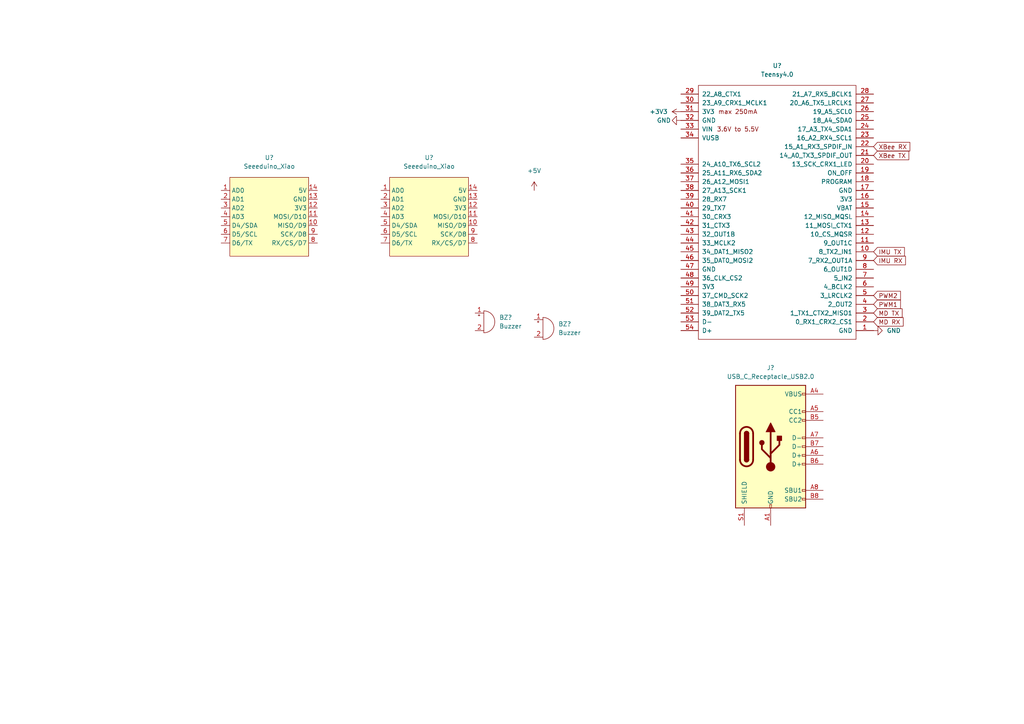
<source format=kicad_sch>
(kicad_sch (version 20211123) (generator eeschema)
  (paper "A4")
  (lib_symbols
    (symbol "Connector:USB_C_Receptacle_USB2.0" (pin_names (offset 1.016))
      (property "Reference" "J" (at -10.16 19.05 0))
      (property "Value" "USB_C_Receptacle_USB2.0" (at 19.05 19.05 0))
      (symbol "USB_C_Receptacle_USB2.0_0_0"
        (rectangle (start -0.254 -17.78) (end 0.254 -16.764))
        (rectangle (start 10.16 -14.986) (end 9.144 -15.494))
        (rectangle (start 10.16 -12.446) (end 9.144 -12.954))
        (rectangle (start 10.16 -4.826) (end 9.144 -5.334))
        (rectangle (start 10.16 -2.286) (end 9.144 -2.794))
        (rectangle (start 10.16 0.254) (end 9.144 -0.254))
        (rectangle (start 10.16 2.794) (end 9.144 2.286))
        (rectangle (start 10.16 7.874) (end 9.144 7.366))
        (rectangle (start 10.16 10.414) (end 9.144 9.906))
        (rectangle (start 10.16 15.494) (end 9.144 14.986))
      )
      (symbol "USB_C_Receptacle_USB2.0_0_1"
        (rectangle (start -10.16 17.78) (end 10.16 -17.78) (stroke (width 0.254)) (fill (type background)))
        (arc (start -8.89 -3.81) (mid -6.985 -5.715) (end -5.08 -3.81) (stroke (width 0.508)))
        (arc (start -7.62 -3.81) (mid -6.985 -4.445) (end -6.35 -3.81) (stroke (width 0.254)))
        (arc (start -7.62 -3.81) (mid -6.985 -4.445) (end -6.35 -3.81) (stroke (width 0.254)) (fill (type outline)))
        (rectangle (start -7.62 -3.81) (end -6.35 3.81) (stroke (width 0.254)) (fill (type outline)))
        (arc (start -6.35 3.81) (mid -6.985 4.445) (end -7.62 3.81) (stroke (width 0.254)))
        (arc (start -6.35 3.81) (mid -6.985 4.445) (end -7.62 3.81) (stroke (width 0.254)) (fill (type outline)))
        (arc (start -5.08 3.81) (mid -6.985 5.715) (end -8.89 3.81) (stroke (width 0.508)))
        (circle (center -2.54 1.143) (radius 0.635) (stroke (width 0.254)) (fill (type outline)))
        (circle (center 0 -5.842) (radius 1.27) (fill (type outline)))
        (polyline (pts (xy -8.89 -3.81) (xy -8.89 3.81)) (stroke (width 0.508)))
        (polyline (pts (xy -5.08 3.81) (xy -5.08 -3.81)) (stroke (width 0.508)))
        (polyline (pts (xy 0 -5.842) (xy 0 4.318)) (stroke (width 0.508)))
        (polyline (pts (xy 0 -3.302) (xy -2.54 -0.762) (xy -2.54 0.508)) (stroke (width 0.508)))
        (polyline (pts (xy 0 -2.032) (xy 2.54 0.508) (xy 2.54 1.778)) (stroke (width 0.508)))
        (polyline (pts (xy -1.27 4.318) (xy 0 6.858) (xy 1.27 4.318) (xy -1.27 4.318)) (stroke (width 0.254)) (fill (type outline)))
        (rectangle (start 1.905 1.778) (end 3.175 3.048) (stroke (width 0.254)) (fill (type outline)))
      )
      (symbol "USB_C_Receptacle_USB2.0_1_1"
        (pin passive line (at 0 -22.86 90) (length 5.08) (name "GND") (number "A1"))
        (pin passive line (at 0 -22.86 90) (length 5.08) hide (name "GND") (number "A12"))
        (pin passive line (at 15.24 15.24 180) (length 5.08) (name "VBUS") (number "A4"))
        (pin bidirectional line (at 15.24 10.16 180) (length 5.08) (name "CC1") (number "A5"))
        (pin bidirectional line (at 15.24 -2.54 180) (length 5.08) (name "D+") (number "A6"))
        (pin bidirectional line (at 15.24 2.54 180) (length 5.08) (name "D-") (number "A7"))
        (pin bidirectional line (at 15.24 -12.7 180) (length 5.08) (name "SBU1") (number "A8"))
        (pin passive line (at 15.24 15.24 180) (length 5.08) hide (name "VBUS") (number "A9"))
        (pin passive line (at 0 -22.86 90) (length 5.08) hide (name "GND") (number "B1"))
        (pin passive line (at 0 -22.86 90) (length 5.08) hide (name "GND") (number "B12"))
        (pin passive line (at 15.24 15.24 180) (length 5.08) hide (name "VBUS") (number "B4"))
        (pin bidirectional line (at 15.24 7.62 180) (length 5.08) (name "CC2") (number "B5"))
        (pin bidirectional line (at 15.24 -5.08 180) (length 5.08) (name "D+") (number "B6"))
        (pin bidirectional line (at 15.24 0 180) (length 5.08) (name "D-") (number "B7"))
        (pin bidirectional line (at 15.24 -15.24 180) (length 5.08) (name "SBU2") (number "B8"))
        (pin passive line (at 15.24 15.24 180) (length 5.08) hide (name "VBUS") (number "B9"))
        (pin passive line (at -7.62 -22.86 90) (length 5.08) (name "SHIELD") (number "S1"))
      )
    )
    (symbol "Device:Buzzer" (pin_names (offset 0.0254) hide)
      (property "Reference" "BZ" (at 3.81 1.27 0))
      (property "Value" "Buzzer" (at 3.81 -1.27 0))
      (symbol "Buzzer_0_1"
        (arc (start 0 -3.175) (mid 3.175 0) (end 0 3.175))
        (polyline (pts (xy -1.651 1.905) (xy -1.143 1.905)))
        (polyline (pts (xy -1.397 2.159) (xy -1.397 1.651)))
        (polyline (pts (xy 0 3.175) (xy 0 -3.175)))
      )
      (symbol "Buzzer_1_1"
        (pin passive line (at -2.54 2.54 0) (length 2.54) (name "-") (number "1"))
        (pin passive line (at -2.54 -2.54 0) (length 2.54) (name "+") (number "2"))
      )
    )
    (symbol "power:+3.3V" (power) (pin_names (offset 0))
      (property "Value" "+3.3V" (at 0 3.556 0))
      (symbol "+3.3V_0_1"
        (polyline (pts (xy -0.762 1.27) (xy 0 2.54)))
        (polyline (pts (xy 0 0) (xy 0 2.54)))
        (polyline (pts (xy 0 2.54) (xy 0.762 1.27)))
      )
      (symbol "+3.3V_1_1"
        (pin power_in line (at 0 0 90) (length 0) hide (name "+3V3") (number "1"))
      )
    )
    (symbol "power:+5V" (power) (pin_names (offset 0))
      (property "Value" "+5V" (at 0 3.556 0))
      (symbol "+5V_0_1"
        (polyline (pts (xy -0.762 1.27) (xy 0 2.54)))
        (polyline (pts (xy 0 0) (xy 0 2.54)))
        (polyline (pts (xy 0 2.54) (xy 0.762 1.27)))
      )
      (symbol "+5V_1_1"
        (pin power_in line (at 0 0 90) (length 0) hide (name "+5V") (number "1"))
      )
    )
    (symbol "power:GND" (power) (pin_names (offset 0))
      (property "Value" "GND" (at 0 -3.81 0))
      (symbol "GND_0_1"
        (polyline (pts (xy 0 0) (xy 0 -1.27) (xy 1.27 -1.27) (xy 0 -2.54) (xy -1.27 -1.27) (xy 0 -1.27)))
      )
      (symbol "GND_1_1"
        (pin power_in line (at 0 0 270) (length 0) hide (name "GND") (number "1"))
      )
    )
    (symbol "seeeduino_xiao_RP2040:Seeeduino_Xiao"
      (property "Reference" "U" (at 0 13.97 0))
      (property "Value" "Seeeduino_Xiao" (at 0 11.43 0))
      (symbol "Seeeduino_Xiao_0_1"
        (rectangle (start -11.43 10.16) (end 11.43 -12.7) (fill (type background)))
      )
      (symbol "Seeeduino_Xiao_1_1"
        (pin bidirectional line (at -13.97 6.35 0) (length 2.54) (name "AD0") (number "1"))
        (pin bidirectional line (at 13.97 -3.81 180) (length 2.54) (name "MISO/D9") (number "10"))
        (pin bidirectional line (at 13.97 -1.27 180) (length 2.54) (name "MOSI/D10") (number "11"))
        (pin power_out line (at 13.97 1.27 180) (length 2.54) (name "3V3") (number "12"))
        (pin bidirectional line (at 13.97 3.81 180) (length 2.54) (name "GND") (number "13"))
        (pin power_in line (at 13.97 6.35 180) (length 2.54) (name "5V") (number "14"))
        (pin bidirectional line (at -13.97 3.81 0) (length 2.54) (name "AD1") (number "2"))
        (pin bidirectional line (at -13.97 1.27 0) (length 2.54) (name "AD2") (number "3"))
        (pin bidirectional line (at -13.97 -1.27 0) (length 2.54) (name "AD3") (number "4"))
        (pin bidirectional line (at -13.97 -3.81 0) (length 2.54) (name "D4/SDA") (number "5"))
        (pin bidirectional line (at -13.97 -6.35 0) (length 2.54) (name "D5/SCL") (number "6"))
        (pin bidirectional line (at -13.97 -8.89 0) (length 2.54) (name "D6/TX") (number "7"))
        (pin bidirectional line (at 13.97 -8.89 180) (length 2.54) (name "RX/CS/D7") (number "8"))
        (pin bidirectional line (at 13.97 -6.35 180) (length 2.54) (name "SCK/D8") (number "9"))
      )
    )
    (symbol "teensy:Teensy4.0" (pin_names (offset 1.016))
      (property "Reference" "U" (at 0 39.37 0))
      (property "Value" "Teensy4.0" (at 0 -39.37 0))
      (symbol "Teensy4.0_0_0"
        (text "3.6V to 5.5V" (at 11.43 -24.13 0) (effects (font (size 1.27 1.27))))
        (text "max 250mA" (at 11.43 -29.21 0) (effects (font (size 1.27 1.27))))
        (pin bidirectional line (at -27.94 11.43 0) (length 5.08) (name "8_TX2_IN1") (number "10"))
        (pin bidirectional line (at -27.94 8.89 0) (length 5.08) (name "9_OUT1C") (number "11"))
        (pin bidirectional line (at -27.94 6.35 0) (length 5.08) (name "10_CS_MQSR") (number "12"))
        (pin bidirectional line (at -27.94 3.81 0) (length 5.08) (name "11_MOSI_CTX1") (number "13"))
        (pin bidirectional line (at -27.94 1.27 0) (length 5.08) (name "12_MISO_MQSL") (number "14"))
        (pin power_in line (at -27.94 -1.27 0) (length 5.08) (name "VBAT") (number "15"))
        (pin power_in line (at -27.94 -3.81 0) (length 5.08) (name "3V3") (number "16"))
        (pin power_in line (at -27.94 -6.35 0) (length 5.08) (name "GND") (number "17"))
        (pin input line (at -27.94 -8.89 0) (length 5.08) (name "PROGRAM") (number "18"))
        (pin input line (at -27.94 -11.43 0) (length 5.08) (name "ON_OFF") (number "19"))
        (pin bidirectional line (at -27.94 -13.97 0) (length 5.08) (name "13_SCK_CRX1_LED") (number "20"))
        (pin bidirectional line (at -27.94 -16.51 0) (length 5.08) (name "14_A0_TX3_SPDIF_OUT") (number "21"))
        (pin bidirectional line (at -27.94 -19.05 0) (length 5.08) (name "15_A1_RX3_SPDIF_IN") (number "22"))
        (pin bidirectional line (at -27.94 -21.59 0) (length 5.08) (name "16_A2_RX4_SCL1") (number "23"))
        (pin bidirectional line (at -27.94 -24.13 0) (length 5.08) (name "17_A3_TX4_SDA1") (number "24"))
        (pin bidirectional line (at -27.94 -26.67 0) (length 5.08) (name "18_A4_SDA0") (number "25"))
        (pin bidirectional line (at -27.94 -29.21 0) (length 5.08) (name "19_A5_SCL0") (number "26"))
        (pin bidirectional line (at -27.94 -31.75 0) (length 5.08) (name "20_A6_TX5_LRCLK1") (number "27"))
        (pin bidirectional line (at -27.94 -34.29 0) (length 5.08) (name "21_A7_RX5_BCLK1") (number "28"))
        (pin bidirectional line (at 27.94 -34.29 180) (length 5.08) (name "22_A8_CTX1") (number "29"))
        (pin bidirectional line (at 27.94 -31.75 180) (length 5.08) (name "23_A9_CRX1_MCLK1") (number "30"))
        (pin power_out line (at 27.94 -29.21 180) (length 5.08) (name "3V3") (number "31"))
        (pin power_in line (at 27.94 -26.67 180) (length 5.08) (name "GND") (number "32"))
        (pin power_in line (at 27.94 -24.13 180) (length 5.08) (name "VIN") (number "33"))
        (pin power_out line (at 27.94 -21.59 180) (length 5.08) (name "VUSB") (number "34"))
        (pin bidirectional line (at 27.94 -13.97 180) (length 5.08) (name "24_A10_TX6_SCL2") (number "35"))
        (pin bidirectional line (at 27.94 -11.43 180) (length 5.08) (name "25_A11_RX6_SDA2") (number "36"))
        (pin bidirectional line (at 27.94 -8.89 180) (length 5.08) (name "26_A12_MOSI1") (number "37"))
        (pin bidirectional line (at 27.94 -6.35 180) (length 5.08) (name "27_A13_SCK1") (number "38"))
        (pin bidirectional line (at 27.94 -3.81 180) (length 5.08) (name "28_RX7") (number "39"))
        (pin bidirectional line (at 27.94 -1.27 180) (length 5.08) (name "29_TX7") (number "40"))
        (pin bidirectional line (at 27.94 1.27 180) (length 5.08) (name "30_CRX3") (number "41"))
        (pin bidirectional line (at 27.94 3.81 180) (length 5.08) (name "31_CTX3") (number "42"))
        (pin bidirectional line (at 27.94 6.35 180) (length 5.08) (name "32_OUT1B") (number "43"))
        (pin bidirectional line (at 27.94 8.89 180) (length 5.08) (name "33_MCLK2") (number "44"))
        (pin bidirectional line (at 27.94 11.43 180) (length 5.08) (name "34_DAT1_MISO2") (number "45"))
        (pin bidirectional line (at 27.94 13.97 180) (length 5.08) (name "35_DAT0_MOSI2") (number "46"))
        (pin power_out line (at 27.94 16.51 180) (length 5.08) (name "GND") (number "47"))
        (pin bidirectional line (at 27.94 19.05 180) (length 5.08) (name "36_CLK_CS2") (number "48"))
        (pin power_out line (at 27.94 21.59 180) (length 5.08) (name "3V3") (number "49"))
        (pin bidirectional line (at -27.94 24.13 0) (length 5.08) (name "3_LRCLK2") (number "5"))
        (pin bidirectional line (at 27.94 24.13 180) (length 5.08) (name "37_CMD_SCK2") (number "50"))
        (pin bidirectional line (at 27.94 26.67 180) (length 5.08) (name "38_DAT3_RX5") (number "51"))
        (pin bidirectional line (at 27.94 29.21 180) (length 5.08) (name "39_DAT2_TX5") (number "52"))
        (pin bidirectional line (at 27.94 31.75 180) (length 5.08) (name "D-") (number "53"))
        (pin bidirectional line (at 27.94 34.29 180) (length 5.08) (name "D+") (number "54"))
        (pin bidirectional line (at -27.94 21.59 0) (length 5.08) (name "4_BCLK2") (number "6"))
        (pin bidirectional line (at -27.94 19.05 0) (length 5.08) (name "5_IN2") (number "7"))
        (pin bidirectional line (at -27.94 16.51 0) (length 5.08) (name "6_OUT1D") (number "8"))
        (pin bidirectional line (at -27.94 13.97 0) (length 5.08) (name "7_RX2_OUT1A") (number "9"))
      )
      (symbol "Teensy4.0_0_1"
        (rectangle (start -22.86 36.83) (end 22.86 -36.83))
        (rectangle (start -20.32 -31.75) (end -20.32 -31.75))
      )
      (symbol "Teensy4.0_1_1"
        (pin power_in line (at -27.94 34.29 0) (length 5.08) (name "GND") (number "1"))
        (pin bidirectional line (at -27.94 31.75 0) (length 5.08) (name "0_RX1_CRX2_CS1") (number "2"))
        (pin bidirectional line (at -27.94 29.21 0) (length 5.08) (name "1_TX1_CTX2_MISO1") (number "3"))
        (pin bidirectional line (at -27.94 26.67 0) (length 5.08) (name "2_OUT2") (number "4"))
      )
    )
  )
  (global_label "MD RX" (shape input) (at 253.365 93.345 0) (property "Intersheet References" "${INTERSHEET_REFS}" (effects hide)))
  (global_label "PWM2" (shape input) (at 253.365 85.725 0) (property "Intersheet References" "${INTERSHEET_REFS}" (effects hide)))
  (global_label "XBee TX" (shape input) (at 253.365 45.085 0) (property "Intersheet References" "${INTERSHEET_REFS}" (effects hide)))
  (global_label "MD TX" (shape input) (at 253.365 90.805 0) (property "Intersheet References" "${INTERSHEET_REFS}" (effects hide)))
  (global_label "XBee RX" (shape input) (at 253.365 42.545 0) (property "Intersheet References" "${INTERSHEET_REFS}" (effects hide)))
  (global_label "IMU TX" (shape input) (at 253.365 73.025 0) (property "Intersheet References" "${INTERSHEET_REFS}" (effects hide)))
  (global_label "IMU RX" (shape input) (at 253.365 75.565 0) (property "Intersheet References" "${INTERSHEET_REFS}" (effects hide)))
  (global_label "PWM1" (shape input) (at 253.365 88.265 0) (property "Intersheet References" "${INTERSHEET_REFS}" (effects hide)))
  (symbol (lib_id "Device:Buzzer") (at 157.48 95.25 0) (unit 1)
    (property "Reference" "BZ?" (at 161.925 93.9799 0) (effects (justify left)))
    (property "Value" "Buzzer" (at 161.925 96.5199 0) (effects (justify left)))
  )
  (symbol (lib_id "Device:Buzzer") (at 140.335 93.345 0) (unit 1)
    (property "Reference" "BZ?" (at 144.78 92.0749 0) (effects (justify left)))
    (property "Value" "Buzzer" (at 144.78 94.6149 0) (effects (justify left)))
  )
  (symbol (lib_id "teensy:Teensy4.0") (at 225.425 61.595 180) (unit 1)
    (property "Reference" "U?" (at 225.425 19.05 0))
    (property "Value" "Teensy4.0" (at 225.425 21.59 0))
  )
  (symbol (lib_id "power:+5V") (at 154.94 55.245 0) (unit 1)
    (property "Reference" "#PWR?" (effects hide))
    (property "Value" "+5V" (at 154.94 49.53 0))
  )
  (symbol (lib_id "power:GND") (at 197.485 34.925 270) (unit 1)
    (property "Reference" "#PWR?" (effects hide))
    (property "Value" "GND" (at 190.5 34.925 90) (effects (justify left)))
  )
  (symbol (lib_id "Connector:USB_C_Receptacle_USB2.0") (at 223.52 129.54 0) (unit 1)
    (property "Reference" "J?" (at 223.52 106.68 0))
    (property "Value" "USB_C_Receptacle_USB2.0" (at 223.52 109.22 0))
    (property "Datasheet" "https://www.usb.org/sites/default/files/documents/usb_type-c.zip" (effects hide))
  )
  (symbol (lib_id "seeeduino_xiao_RP2040:Seeeduino_Xiao") (at 124.46 61.595 0) (unit 1)
    (property "Reference" "U?" (at 124.46 45.72 0))
    (property "Value" "Seeeduino_Xiao" (at 124.46 48.26 0))
  )
  (symbol (lib_id "power:GND") (at 253.365 95.885 90) (unit 1)
    (property "Reference" "#PWR?" (effects hide))
    (property "Value" "GND" (at 257.175 95.8849 90) (effects (justify right)))
  )
  (symbol (lib_id "power:+3.3V") (at 197.485 32.385 90) (unit 1)
    (property "Reference" "#PWR?" (effects hide))
    (property "Value" "+3.3V" (at 193.675 32.3849 90) (effects (justify left)))
  )
  (symbol (lib_id "seeeduino_xiao_RP2040:Seeeduino_Xiao") (at 78.105 61.595 0) (unit 1)
    (property "Reference" "U?" (at 78.105 45.72 0))
    (property "Value" "Seeeduino_Xiao" (at 78.105 48.26 0))
  )
)
</source>
